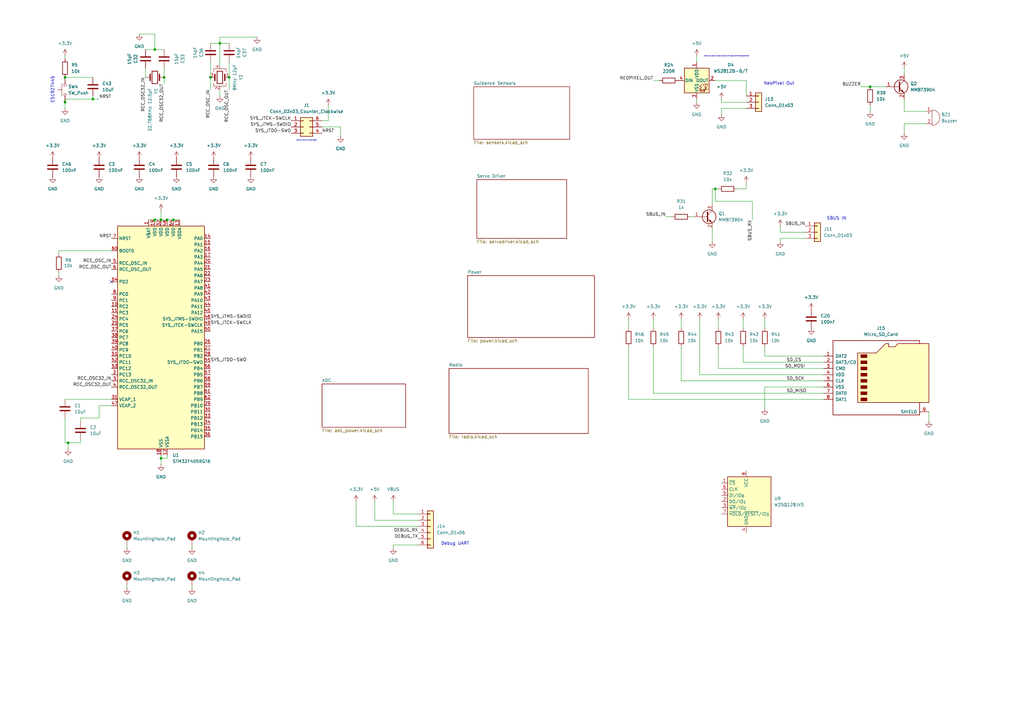
<source format=kicad_sch>
(kicad_sch (version 20250114) (generator "eeschema") (generator_version "9.0")
  (paper "A3")
  (lib_symbols
    (symbol "Connector:Micro_SD_Card" (pin_names (offset 1.016))
      (property "Reference" "J" (at -16.51 15.24 0))
      (property "Value" "Micro_SD_Card" (at 16.51 15.24 0))
      (symbol "Micro_SD_Card_1_1"
        (pin bidirectional line (at -22.86 7.62 0) (length 3.81) (name "DAT2") (number "1"))
        (pin bidirectional line (at -22.86 5.08 0) (length 3.81) (name "DAT3/CD") (number "2"))
        (pin input line (at -22.86 2.54 0) (length 3.81) (name "CMD") (number "3"))
        (pin power_in line (at -22.86 0 0) (length 3.81) (name "VDD") (number "4"))
        (pin input line (at -22.86 -2.54 0) (length 3.81) (name "CLK") (number "5"))
        (pin power_in line (at -22.86 -5.08 0) (length 3.81) (name "VSS") (number "6"))
        (pin bidirectional line (at -22.86 -7.62 0) (length 3.81) (name "DAT0") (number "7"))
        (pin bidirectional line (at -22.86 -10.16 0) (length 3.81) (name "DAT1") (number "8"))
        (pin passive line (at 20.32 -15.24 180) (length 3.81) (name "SHIELD") (number "9"))
      )
    )
    (symbol "Connector_Generic:Conn_01x03" (pin_names (offset 1.016) (hide yes))
      (property "Reference" "J" (at 0 5.08 0))
      (property "Value" "Conn_01x03" (at 0 -5.08 0))
      (symbol "Conn_01x03_1_1"
        (pin passive line (at -5.08 2.54 0) (length 3.81) (name "Pin_1") (number "1"))
        (pin passive line (at -5.08 0 0) (length 3.81) (name "Pin_2") (number "2"))
        (pin passive line (at -5.08 -2.54 0) (length 3.81) (name "Pin_3") (number "3"))
      )
    )
    (symbol "Connector_Generic:Conn_01x06" (pin_names (offset 1.016) (hide yes))
      (property "Reference" "J" (at 0 7.62 0))
      (property "Value" "Conn_01x06" (at 0 -10.16 0))
      (symbol "Conn_01x06_1_1"
        (pin passive line (at -5.08 5.08 0) (length 3.81) (name "Pin_1") (number "1"))
        (pin passive line (at -5.08 2.54 0) (length 3.81) (name "Pin_2") (number "2"))
        (pin passive line (at -5.08 0 0) (length 3.81) (name "Pin_3") (number "3"))
        (pin passive line (at -5.08 -2.54 0) (length 3.81) (name "Pin_4") (number "4"))
        (pin passive line (at -5.08 -5.08 0) (length 3.81) (name "Pin_5") (number "5"))
        (pin passive line (at -5.08 -7.62 0) (length 3.81) (name "Pin_6") (number "6"))
      )
    )
    (symbol "Connector_Generic:Conn_02x03_Counter_Clockwise" (pin_names (offset 1.016) (hide yes))
      (property "Reference" "J" (at 1.27 5.08 0))
      (property "Value" "Conn_02x03_Counter_Clockwise" (at 1.27 -5.08 0))
      (symbol "Conn_02x03_Counter_Clockwise_1_1"
        (pin passive line (at -5.08 2.54 0) (length 3.81) (name "Pin_1") (number "1"))
        (pin passive line (at -5.08 0 0) (length 3.81) (name "Pin_2") (number "2"))
        (pin passive line (at -5.08 -2.54 0) (length 3.81) (name "Pin_3") (number "3"))
        (pin passive line (at 7.62 2.54 180) (length 3.81) (name "Pin_6") (number "6"))
        (pin passive line (at 7.62 0 180) (length 3.81) (name "Pin_5") (number "5"))
        (pin passive line (at 7.62 -2.54 180) (length 3.81) (name "Pin_4") (number "4"))
      )
    )
    (symbol "Device:Buzzer" (pin_names (offset 0.0254) (hide yes))
      (property "Reference" "BZ" (at 3.81 1.27 0))
      (property "Value" "Buzzer" (at 3.81 -1.27 0))
      (symbol "Buzzer_1_1"
        (pin passive line (at -2.54 2.54 0) (length 2.54) (name "+") (number "1"))
        (pin passive line (at -2.54 -2.54 0) (length 2.54) (name "-") (number "2"))
      )
    )
    (symbol "Device:C" (pin_numbers (hide yes)) (pin_names (offset 0.254))
      (property "Reference" "C" (at 0.635 2.54 0))
      (property "Value" "C" (at 0.635 -2.54 0))
      (symbol "C_1_1"
        (pin passive line (at 0 3.81 270) (length 2.794) (name "~") (number "1"))
        (pin passive line (at 0 -3.81 90) (length 2.794) (name "~") (number "2"))
      )
    )
    (symbol "Device:Crystal" (pin_numbers (hide yes)) (pin_names (offset 1.016) (hide yes))
      (property "Reference" "Y" (at 0 3.81 0))
      (property "Value" "Crystal" (at 0 -3.81 0))
      (symbol "Crystal_1_1"
        (pin passive line (at -3.81 0 0) (length 1.27) (name "1") (number "1"))
        (pin passive line (at 3.81 0 180) (length 1.27) (name "2") (number "2"))
      )
    )
    (symbol "Device:Crystal_GND24" (pin_names (offset 1.016) (hide yes))
      (property "Reference" "Y" (at 3.175 5.08 0))
      (property "Value" "Crystal_GND24" (at 3.175 3.175 0))
      (symbol "Crystal_GND24_1_1"
        (pin passive line (at -3.81 0 0) (length 1.27) (name "1") (number "1"))
        (pin passive line (at 0 5.08 270) (length 1.27) (name "2") (number "2"))
        (pin passive line (at 0 -5.08 90) (length 1.27) (name "4") (number "4"))
        (pin passive line (at 3.81 0 180) (length 1.27) (name "3") (number "3"))
      )
    )
    (symbol "Device:R" (pin_numbers (hide yes)) (pin_names (offset 0))
      (property "Reference" "R" (at 2.032 0 90))
      (property "Value" "R" (at 0 0 90))
      (symbol "R_1_1"
        (pin passive line (at 0 3.81 270) (length 1.27) (name "~") (number "1"))
        (pin passive line (at 0 -3.81 90) (length 1.27) (name "~") (number "2"))
      )
    )
    (symbol "LED:WS2812B" (pin_names (offset 0.254))
      (property "Reference" "D" (at 5.08 5.715 0))
      (property "Value" "WS2812B" (at 1.27 -5.715 0))
      (symbol "WS2812B_0_0"
        (text "RGB" (at 2.286 -4.191 0) (effects (font (size 0.762 0.762))))
      )
      (symbol "WS2812B_1_1"
        (pin input line (at -7.62 0 0) (length 2.54) (name "DIN") (number "4"))
        (pin power_in line (at 0 7.62 270) (length 2.54) (name "VDD") (number "1"))
        (pin power_in line (at 0 -7.62 90) (length 2.54) (name "VSS") (number "3"))
        (pin output line (at 7.62 0 180) (length 2.54) (name "DOUT") (number "2"))
      )
    )
    (symbol "MCU_ST_STM32F4:STM32F405RGTx"
      (property "Reference" "U" (at -17.78 46.99 0))
      (property "Value" "STM32F405RGTx" (at 10.16 46.99 0))
      (symbol "STM32F405RGTx_1_1"
        (pin input line (at -20.32 40.64 0) (length 2.54) (name "NRST") (number "7"))
        (pin input line (at -20.32 35.56 0) (length 2.54) (name "BOOT0") (number "60"))
        (pin bidirectional line (at -20.32 30.48 0) (length 2.54) (name "PH0") (number "5") (alternate "RCC_OSC_IN" bidirectional line))
        (pin bidirectional line (at -20.32 27.94 0) (length 2.54) (name "PH1") (number "6") (alternate "RCC_OSC_OUT" bidirectional line))
        (pin bidirectional line (at -20.32 22.86 0) (length 2.54) (name "PD2") (number "54"))
        (pin bidirectional line (at -20.32 17.78 0) (length 2.54) (name "PC0") (number "8"))
        (pin bidirectional line (at -20.32 15.24 0) (length 2.54) (name "PC1") (number "9"))
        (pin bidirectional line (at -20.32 12.7 0) (length 2.54) (name "PC2") (number "10"))
        (pin bidirectional line (at -20.32 10.16 0) (length 2.54) (name "PC3") (number "11"))
        (pin bidirectional line (at -20.32 7.62 0) (length 2.54) (name "PC4") (number "24"))
        (pin bidirectional line (at -20.32 5.08 0) (length 2.54) (name "PC5") (number "25"))
        (pin bidirectional line (at -20.32 2.54 0) (length 2.54) (name "PC6") (number "37"))
        (pin bidirectional line (at -20.32 0 0) (length 2.54) (name "PC7") (number "38"))
        (pin bidirectional line (at -20.32 -2.54 0) (length 2.54) (name "PC8") (number "39"))
        (pin bidirectional line (at -20.32 -5.08 0) (length 2.54) (name "PC9") (number "40"))
        (pin bidirectional line (at -20.32 -7.62 0) (length 2.54) (name "PC10") (number "51"))
        (pin bidirectional line (at -20.32 -10.16 0) (length 2.54) (name "PC11") (number "52"))
        (pin bidirectional line (at -20.32 -12.7 0) (length 2.54) (name "PC12") (number "53"))
        (pin bidirectional line (at -20.32 -15.24 0) (length 2.54) (name "PC13") (number "2"))
        (pin bidirectional line (at -20.32 -17.78 0) (length 2.54) (name "PC14") (number "3") (alternate "RCC_OSC32_IN" bidirectional line))
        (pin bidirectional line (at -20.32 -20.32 0) (length 2.54) (name "PC15") (number "4") (alternate "RCC_OSC32_OUT" bidirectional line))
        (pin power_out line (at -20.32 -25.4 0) (length 2.54) (name "VCAP_1") (number "31"))
        (pin power_out line (at -20.32 -27.94 0) (length 2.54) (name "VCAP_2") (number "47"))
        (pin power_in line (at -5.08 48.26 270) (length 2.54) (name "VBAT") (number "1"))
        (pin power_in line (at -2.54 48.26 270) (length 2.54) (name "VDD") (number "19"))
        (pin power_in line (at 0 48.26 270) (length 2.54) (name "VDD") (number "32"))
        (pin power_in line (at 0 -48.26 90) (length 2.54) (name "VSS") (number "18"))
        (pin passive line (at 0 -48.26 90) (length 2.54) (hide yes) (name "VSS") (number "63"))
        (pin power_in line (at 2.54 48.26 270) (length 2.54) (name "VDD") (number "48"))
        (pin power_in line (at 2.54 -48.26 90) (length 2.54) (name "VSSA") (number "12"))
        (pin power_in line (at 5.08 48.26 270) (length 2.54) (name "VDD") (number "64"))
        (pin power_in line (at 7.62 48.26 270) (length 2.54) (name "VDDA") (number "13"))
        (pin bidirectional line (at 20.32 40.64 180) (length 2.54) (name "PA0") (number "14"))
        (pin bidirectional line (at 20.32 38.1 180) (length 2.54) (name "PA1") (number "15"))
        (pin bidirectional line (at 20.32 35.56 180) (length 2.54) (name "PA2") (number "16"))
        (pin bidirectional line (at 20.32 33.02 180) (length 2.54) (name "PA3") (number "17"))
        (pin bidirectional line (at 20.32 30.48 180) (length 2.54) (name "PA4") (number "20"))
        (pin bidirectional line (at 20.32 27.94 180) (length 2.54) (name "PA5") (number "21"))
        (pin bidirectional line (at 20.32 25.4 180) (length 2.54) (name "PA6") (number "22"))
        (pin bidirectional line (at 20.32 22.86 180) (length 2.54) (name "PA7") (number "23"))
        (pin bidirectional line (at 20.32 20.32 180) (length 2.54) (name "PA8") (number "41"))
        (pin bidirectional line (at 20.32 17.78 180) (length 2.54) (name "PA9") (number "42"))
        (pin bidirectional line (at 20.32 15.24 180) (length 2.54) (name "PA10") (number "43"))
        (pin bidirectional line (at 20.32 12.7 180) (length 2.54) (name "PA11") (number "44"))
        (pin bidirectional line (at 20.32 10.16 180) (length 2.54) (name "PA12") (number "45"))
        (pin bidirectional line (at 20.32 7.62 180) (length 2.54) (name "PA13") (number "46") (alternate "SYS_JTMS-SWDIO" bidirectional line))
        (pin bidirectional line (at 20.32 5.08 180) (length 2.54) (name "PA14") (number "49") (alternate "SYS_JTCK-SWCLK" bidirectional line))
        (pin bidirectional line (at 20.32 2.54 180) (length 2.54) (name "PA15") (number "50"))
        (pin bidirectional line (at 20.32 -2.54 180) (length 2.54) (name "PB0") (number "26"))
        (pin bidirectional line (at 20.32 -5.08 180) (length 2.54) (name "PB1") (number "27"))
        (pin bidirectional line (at 20.32 -7.62 180) (length 2.54) (name "PB2") (number "28"))
        (pin bidirectional line (at 20.32 -10.16 180) (length 2.54) (name "PB3") (number "55") (alternate "SYS_JTDO-SWO" bidirectional line))
        (pin bidirectional line (at 20.32 -12.7 180) (length 2.54) (name "PB4") (number "56"))
        (pin bidirectional line (at 20.32 -15.24 180) (length 2.54) (name "PB5") (number "57"))
        (pin bidirectional line (at 20.32 -17.78 180) (length 2.54) (name "PB6") (number "58"))
        (pin bidirectional line (at 20.32 -20.32 180) (length 2.54) (name "PB7") (number "59"))
        (pin bidirectional line (at 20.32 -22.86 180) (length 2.54) (name "PB8") (number "61"))
        (pin bidirectional line (at 20.32 -25.4 180) (length 2.54) (name "PB9") (number "62"))
        (pin bidirectional line (at 20.32 -27.94 180) (length 2.54) (name "PB10") (number "29"))
        (pin bidirectional line (at 20.32 -30.48 180) (length 2.54) (name "PB11") (number "30"))
        (pin bidirectional line (at 20.32 -33.02 180) (length 2.54) (name "PB12") (number "33"))
        (pin bidirectional line (at 20.32 -35.56 180) (length 2.54) (name "PB13") (number "34"))
        (pin bidirectional line (at 20.32 -38.1 180) (length 2.54) (name "PB14") (number "35"))
        (pin bidirectional line (at 20.32 -40.64 180) (length 2.54) (name "PB15") (number "36"))
      )
    )
    (symbol "Mechanical:MountingHole_Pad" (pin_numbers (hide yes)) (pin_names (offset 1.016) (hide yes)) (in_bom no)
      (property "Reference" "H" (at 0 6.35 0))
      (property "Value" "MountingHole_Pad" (at 0 4.445 0))
      (symbol "MountingHole_Pad_1_1"
        (pin input line (at 0 -2.54 90) (length 2.54) (name "1") (number "1"))
      )
    )
    (symbol "Memory_Flash:W25Q128JVS"
      (property "Reference" "U" (at -6.35 11.43 0))
      (property "Value" "W25Q128JVS" (at 7.62 11.43 0))
      (symbol "W25Q128JVS_1_1"
        (pin input line (at -10.16 7.62 0) (length 2.54) (name "~{CS}") (number "1"))
        (pin input line (at -10.16 5.08 0) (length 2.54) (name "CLK") (number "6"))
        (pin bidirectional line (at -10.16 2.54 0) (length 2.54) (name "DI/IO_{0}") (number "5"))
        (pin bidirectional line (at -10.16 0 0) (length 2.54) (name "DO/IO_{1}") (number "2"))
        (pin bidirectional line (at -10.16 -2.54 0) (length 2.54) (name "~{WP}/IO_{2}") (number "3"))
        (pin bidirectional line (at -10.16 -5.08 0) (length 2.54) (name "~{HOLD}/~{RESET}/IO_{3}") (number "7"))
        (pin power_in line (at 0 12.7 270) (length 2.54) (name "VCC") (number "8"))
        (pin power_in line (at 0 -12.7 90) (length 2.54) (name "GND") (number "4"))
      )
    )
    (symbol "Switch:SW_Push" (pin_numbers (hide yes)) (pin_names (offset 1.016) (hide yes))
      (property "Reference" "SW" (at 1.27 2.54 0))
      (property "Value" "SW_Push" (at 0 -1.524 0))
      (symbol "SW_Push_0_1"
        (pin passive line (at -5.08 0 0) (length 2.54) (name "1") (number "1"))
        (pin passive line (at 5.08 0 180) (length 2.54) (name "2") (number "2"))
      )
    )
    (symbol "Transistor_BJT:MMBT3904" (pin_names (offset 0) (hide yes))
      (property "Reference" "Q" (at 5.08 1.905 0))
      (property "Value" "MMBT3904" (at 5.08 0 0))
      (symbol "MMBT3904_1_1"
        (pin input line (at -5.08 0 0) (length 2.54) (name "B") (number "1"))
        (pin passive line (at 2.54 5.08 270) (length 2.54) (name "C") (number "3"))
        (pin passive line (at 2.54 -5.08 90) (length 2.54) (name "E") (number "2"))
      )
    )
    (symbol "power:+3.3V" (power) (pin_numbers (hide yes)) (pin_names (offset 0) (hide yes))
      (property "Value" "+3.3V" (at 0 3.556 0))
      (symbol "+3.3V_1_1"
        (pin power_in line (at 0 0 90) (length 0) (name "~") (number "1"))
      )
    )
    (symbol "power:+5V" (power) (pin_numbers (hide yes)) (pin_names (offset 0) (hide yes))
      (property "Value" "+5V" (at 0 3.556 0))
      (symbol "+5V_1_1"
        (pin power_in line (at 0 0 90) (length 0) (name "~") (number "1"))
      )
    )
    (symbol "power:GND" (power) (pin_numbers (hide yes)) (pin_names (offset 0) (hide yes))
      (property "Value" "GND" (at 0 -3.81 0))
      (symbol "GND_1_1"
        (pin power_in line (at 0 0 270) (length 0) (name "~") (number "1"))
      )
    )
    (symbol "power:VBUS" (power) (pin_numbers (hide yes)) (pin_names (offset 0) (hide yes))
      (property "Value" "VBUS" (at 0 3.556 0))
      (symbol "VBUS_1_1"
        (pin power_in line (at 0 0 90) (length 0) (name "~") (number "1"))
      )
    )
  )
  (text "C51927445" (at 21.59 36.83 90) (effects (font (size 1.27 1.27))))
  (text "Normally, there would be a diode here. However, 5V is actually 4.2V so it's okay (see Power)" (at 297.942 23.114 0) (effects (font (size 0.254 0.254))))
  (text "NeoPixel Out" (at 319.532 34.29 0) (effects (font (size 1.27 1.27))))
  (text "Debug UART" (at 186.69 223.012 0) (effects (font (size 1.27 1.27))))
  (text "Oh boy do I love the 'ol AVR ISP headers" (at 125.73 57.658 0) (effects (font (size 0.254 0.254))))
  (text "SBUS IN" (at 343.154 89.662 0) (effects (font (size 1.27 1.27))))
  (junction (at 38.1 40.64))
  (junction (at 86.36 31.75))
  (junction (at 63.5 90.17))
  (junction (at 293.37 77.47))
  (junction (at 63.5 20.32))
  (junction (at 93.98 31.75))
  (junction (at 90.17 17.78))
  (junction (at 356.87 35.56))
  (junction (at 67.31 31.75))
  (junction (at 66.04 187.96))
  (junction (at 26.67 31.75))
  (junction (at 71.12 90.17))
  (junction (at 66.04 90.17))
  (junction (at 27.94 181.61))
  (junction (at 26.67 41.91))
  (junction (at 68.58 90.17))
  (no_connect (at 45.72 115.57))
  (wire (pts (xy 161.29 223.52) (xy 171.45 223.52)))
  (wire (pts (xy 86.36 25.4) (xy 86.36 31.75)))
  (wire (pts (xy 370.84 45.72) (xy 379.73 45.72)))
  (wire (pts (xy 90.17 17.78) (xy 86.36 17.78)))
  (wire (pts (xy 66.04 190.5) (xy 66.04 187.96)))
  (wire (pts (xy 161.29 205.74) (xy 161.29 210.82)))
  (wire (pts (xy 293.37 82.55) (xy 293.37 77.47)))
  (wire (pts (xy 93.98 25.4) (xy 93.98 31.75)))
  (wire (pts (xy 279.4 156.21) (xy 337.82 156.21)))
  (wire (pts (xy 279.4 142.24) (xy 279.4 156.21)))
  (wire (pts (xy 24.13 113.03) (xy 24.13 111.76)))
  (wire (pts (xy 356.87 35.56) (xy 363.22 35.56)))
  (wire (pts (xy 63.5 13.97) (xy 63.5 20.32)))
  (wire (pts (xy 78.74 224.79) (xy 78.74 223.52)))
  (wire (pts (xy 90.17 36.83) (xy 90.17 39.37)))
  (wire (pts (xy 257.81 163.83) (xy 337.82 163.83)))
  (wire (pts (xy 267.97 142.24) (xy 267.97 161.29)))
  (wire (pts (xy 40.64 166.37) (xy 45.72 166.37)))
  (wire (pts (xy 370.84 27.94) (xy 370.84 30.48)))
  (wire (pts (xy 313.69 142.24) (xy 313.69 146.05)))
  (wire (pts (xy 38.1 40.64) (xy 38.1 39.37)))
  (wire (pts (xy 267.97 33.02) (xy 270.51 33.02)))
  (wire (pts (xy 86.36 31.75) (xy 86.36 36.83)))
  (wire (pts (xy 295.91 41.91) (xy 306.07 41.91)))
  (wire (pts (xy 293.37 77.47) (xy 292.1 77.47)))
  (wire (pts (xy 320.04 99.06) (xy 320.04 97.79)))
  (wire (pts (xy 38.1 40.64) (xy 26.67 40.64)))
  (wire (pts (xy 295.91 40.64) (xy 295.91 41.91)))
  (wire (pts (xy 161.29 224.79) (xy 161.29 223.52)))
  (wire (pts (xy 27.94 181.61) (xy 27.94 184.15)))
  (wire (pts (xy 63.5 90.17) (xy 66.04 90.17)))
  (wire (pts (xy 257.81 142.24) (xy 257.81 163.83)))
  (wire (pts (xy 294.64 151.13) (xy 337.82 151.13)))
  (wire (pts (xy 26.67 40.64) (xy 26.67 41.91)))
  (wire (pts (xy 105.41 15.24) (xy 90.17 15.24)))
  (wire (pts (xy 292.1 77.47) (xy 292.1 83.82)))
  (wire (pts (xy 285.75 22.86) (xy 285.75 25.4)))
  (wire (pts (xy 308.61 90.17) (xy 308.61 82.55)))
  (wire (pts (xy 33.02 172.72) (xy 33.02 171.45)))
  (wire (pts (xy 370.84 50.8) (xy 379.73 50.8)))
  (wire (pts (xy 24.13 102.87) (xy 24.13 104.14)))
  (wire (pts (xy 257.81 130.81) (xy 257.81 134.62)))
  (wire (pts (xy 304.8 148.59) (xy 337.82 148.59)))
  (wire (pts (xy 381 172.72) (xy 381 168.91)))
  (wire (pts (xy 279.4 130.81) (xy 279.4 134.62)))
  (wire (pts (xy 66.04 86.36) (xy 66.04 90.17)))
  (wire (pts (xy 33.02 171.45) (xy 40.64 171.45)))
  (wire (pts (xy 26.67 22.86) (xy 26.67 24.13)))
  (wire (pts (xy 132.08 52.07) (xy 139.7 52.07)))
  (wire (pts (xy 71.12 90.17) (xy 73.66 90.17)))
  (wire (pts (xy 285.75 41.91) (xy 285.75 40.64)))
  (wire (pts (xy 356.87 45.72) (xy 356.87 43.18)))
  (wire (pts (xy 370.84 54.61) (xy 370.84 50.8)))
  (wire (pts (xy 66.04 187.96) (xy 66.04 186.69)))
  (wire (pts (xy 60.96 90.17) (xy 63.5 90.17)))
  (wire (pts (xy 63.5 20.32) (xy 59.69 20.32)))
  (wire (pts (xy 90.17 15.24) (xy 90.17 17.78)))
  (wire (pts (xy 59.69 27.94) (xy 59.69 31.75)))
  (wire (pts (xy 93.98 17.78) (xy 90.17 17.78)))
  (wire (pts (xy 313.69 146.05) (xy 337.82 146.05)))
  (wire (pts (xy 267.97 161.29) (xy 337.82 161.29)))
  (wire (pts (xy 139.7 52.07) (xy 139.7 55.88)))
  (wire (pts (xy 304.8 130.81) (xy 304.8 134.62)))
  (wire (pts (xy 66.04 90.17) (xy 68.58 90.17)))
  (wire (pts (xy 320.04 97.79) (xy 330.2 97.79)))
  (wire (pts (xy 153.67 213.36) (xy 171.45 213.36)))
  (wire (pts (xy 287.02 153.67) (xy 337.82 153.67)))
  (wire (pts (xy 306.07 77.47) (xy 306.07 74.93)))
  (wire (pts (xy 66.04 187.96) (xy 68.58 187.96)))
  (wire (pts (xy 294.64 142.24) (xy 294.64 151.13)))
  (wire (pts (xy 295.91 44.45) (xy 306.07 44.45)))
  (wire (pts (xy 313.69 158.75) (xy 313.69 167.64)))
  (wire (pts (xy 320.04 92.71) (xy 320.04 95.25)))
  (wire (pts (xy 67.31 27.94) (xy 67.31 31.75)))
  (wire (pts (xy 146.05 205.74) (xy 146.05 215.9)))
  (wire (pts (xy 146.05 215.9) (xy 171.45 215.9)))
  (wire (pts (xy 134.62 49.53) (xy 132.08 49.53)))
  (wire (pts (xy 302.26 77.47) (xy 306.07 77.47)))
  (wire (pts (xy 287.02 130.81) (xy 287.02 153.67)))
  (wire (pts (xy 52.07 224.79) (xy 52.07 223.52)))
  (wire (pts (xy 45.72 102.87) (xy 24.13 102.87)))
  (wire (pts (xy 370.84 40.64) (xy 370.84 45.72)))
  (wire (pts (xy 353.06 35.56) (xy 356.87 35.56)))
  (wire (pts (xy 52.07 241.3) (xy 52.07 240.03)))
  (wire (pts (xy 26.67 31.75) (xy 38.1 31.75)))
  (wire (pts (xy 78.74 241.3) (xy 78.74 240.03)))
  (wire (pts (xy 313.69 130.81) (xy 313.69 134.62)))
  (wire (pts (xy 306.07 33.02) (xy 293.37 33.02)))
  (wire (pts (xy 68.58 90.17) (xy 71.12 90.17)))
  (wire (pts (xy 161.29 210.82) (xy 171.45 210.82)))
  (wire (pts (xy 283.21 88.9) (xy 284.48 88.9)))
  (wire (pts (xy 33.02 180.34) (xy 33.02 181.61)))
  (wire (pts (xy 90.17 17.78) (xy 90.17 26.67)))
  (wire (pts (xy 308.61 82.55) (xy 293.37 82.55)))
  (wire (pts (xy 33.02 181.61) (xy 27.94 181.61)))
  (wire (pts (xy 134.62 43.18) (xy 134.62 49.53)))
  (wire (pts (xy 93.98 31.75) (xy 93.98 36.83)))
  (wire (pts (xy 294.64 130.81) (xy 294.64 134.62)))
  (wire (pts (xy 320.04 95.25) (xy 330.2 95.25)))
  (wire (pts (xy 68.58 186.69) (xy 68.58 187.96)))
  (wire (pts (xy 38.1 40.64) (xy 40.64 40.64)))
  (wire (pts (xy 67.31 34.29) (xy 67.31 31.75)))
  (wire (pts (xy 313.69 158.75) (xy 337.82 158.75)))
  (wire (pts (xy 295.91 46.99) (xy 295.91 44.45)))
  (wire (pts (xy 26.67 181.61) (xy 27.94 181.61)))
  (wire (pts (xy 306.07 39.37) (xy 306.07 33.02)))
  (wire (pts (xy 26.67 171.45) (xy 26.67 181.61)))
  (wire (pts (xy 26.67 44.45) (xy 26.67 41.91)))
  (wire (pts (xy 294.64 77.47) (xy 293.37 77.47)))
  (wire (pts (xy 292.1 93.98) (xy 292.1 99.06)))
  (wire (pts (xy 304.8 142.24) (xy 304.8 148.59)))
  (wire (pts (xy 67.31 20.32) (xy 63.5 20.32)))
  (wire (pts (xy 40.64 171.45) (xy 40.64 166.37)))
  (wire (pts (xy 57.15 13.97) (xy 63.5 13.97)))
  (wire (pts (xy 267.97 130.81) (xy 267.97 134.62)))
  (wire (pts (xy 273.05 88.9) (xy 275.59 88.9)))
  (wire (pts (xy 153.67 205.74) (xy 153.67 213.36)))
  (wire (pts (xy 26.67 163.83) (xy 45.72 163.83)))
  (label "SYS_JTDO-SWO" (at 119.38 54.61 180))
  (label "SD_MOSI" (at 330.2 151.13 180))
  (label "NEOPIXEL_OUT" (at 267.97 33.02 180))
  (label "SYS_JTMS-SWDIO" (at 119.38 52.07 180))
  (label "RCC_OSC32_OUT" (at 67.31 34.29 270))
  (label "RCC_OSC32_IN" (at 59.69 31.75 270))
  (label "DEBUG_RX" (at 171.45 218.44 180))
  (label "SBUS_IN" (at 273.05 88.9 180))
  (label "SD_SCK" (at 322.58 156.21 0))
  (label "SYS_JTDO-SWO" (at 86.36 148.59 0))
  (label "SYS_JTMS-SWDIO" (at 86.36 130.81 0))
  (label "DEBUG_TX" (at 171.45 220.98 180))
  (label "SBUS_IN" (at 330.2 92.71 180))
  (label "BUZZER" (at 353.06 35.56 180))
  (label "SD_CS" (at 322.58 148.59 0))
  (label "SBUS_RX" (at 308.61 90.17 270))
  (label "NRST" (at 132.08 54.61 0))
  (label "RCC_OSC32_IN" (at 45.72 156.21 180))
  (label "NRST" (at 45.72 97.79 180))
  (label "RCC_OSC32_OUT" (at 45.72 158.75 180))
  (label "RCC_OSC_IN" (at 86.36 36.83 270))
  (label "SYS_JTCK-SWCLK" (at 119.38 49.53 180))
  (label "SD_MISO" (at 322.58 161.29 0))
  (label "NRST" (at 40.64 40.64 0))
  (label "RCC_OSC_IN" (at 45.72 107.95 180))
  (label "SYS_JTCK-SWCLK" (at 86.36 133.35 0))
  (label "RCC_OSC_OUT" (at 45.72 110.49 180))
  (label "RCC_OSC_OUT" (at 93.98 36.83 270))
  (symbol (lib_id "Device:C") (at 38.1 35.56 0) (unit 1)
    (property "Reference" "C43" (at 41.91 34.2899 0) (effects (justify left)))
    (property "Value" "10uF" (at 41.91 36.8299 0) (effects (justify left)))
    (property "Footprint" "Capacitor_SMD:C_0603_1608Metric_Pad1.08x0.95mm_HandSolder" (effects (hide yes)))
    (property "Description" "Unpolarized capacitor" (effects (hide yes)))
  )
  (symbol (lib_id "Device:R") (at 257.81 138.43 0) (unit 1)
    (property "Reference" "R46" (at 260.35 137.1599 0) (effects (justify left)))
    (property "Value" "10k" (at 260.35 139.6999 0) (effects (justify left)))
    (property "Description" "Resistor" (effects (hide yes)))
  )
  (symbol (lib_id "power:+3.3V") (at 257.81 130.81 0) (unit 1)
    (property "Reference" "#PWR0145" (effects (hide yes)))
    (property "Value" "+3.3V" (at 257.81 125.73 0))
    (property "Description" "Power symbol creates a global label with name \"+3.3V\"" (effects (hide yes)))
  )
  (symbol (lib_id "power:GND") (at 370.84 54.61 0) (unit 1)
    (property "Reference" "#PWR0130" (effects (hide yes)))
    (property "Value" "GND" (at 370.84 59.69 0))
    (property "Description" "Power symbol creates a global label with name \"GND\" , ground" (effects (hide yes)))
  )
  (symbol (lib_id "power:+3.3V") (at 146.05 205.74 0) (unit 1)
    (property "Reference" "#PWR0124" (effects (hide yes)))
    (property "Value" "+3.3V" (at 146.05 200.66 0))
    (property "Description" "Power symbol creates a global label with name \"+3.3V\"" (effects (hide yes)))
  )
  (symbol (lib_id "Device:R") (at 24.13 107.95 0) (unit 1)
    (property "Reference" "R6" (at 26.67 106.6799 0) (effects (justify left)))
    (property "Value" "10k" (at 26.162 108.966 0) (effects (justify left)))
    (property "Footprint" "Resistor_SMD:R_0603_1608Metric_Pad0.98x0.95mm_HandSolder" (effects (hide yes)))
    (property "Description" "Resistor" (effects (hide yes)))
  )
  (symbol (lib_id "power:+3.3V") (at 320.04 92.71 0) (unit 1)
    (property "Reference" "#PWR085" (effects (hide yes)))
    (property "Value" "+3.3V" (at 320.04 87.63 0))
    (property "Description" "Power symbol creates a global label with name \"+3.3V\"" (effects (hide yes)))
  )
  (symbol (lib_id "Connector_Generic:Conn_02x03_Counter_Clockwise") (at 124.46 52.07 0) (unit 1)
    (property "Reference" "J1" (at 125.73 43.18 0))
    (property "Value" "Conn_02x03_Counter_Clockwise" (at 125.73 45.72 0))
    (property "Footprint" "Connector_PinHeader_2.54mm:PinHeader_2x03_P2.54mm_Vertical" (effects (hide yes)))
    (property "Description" "Generic connector, double row, 02x03, counter clockwise pin numbering scheme (similar to DIP package numbering), script generated (kicad-library-utils/schlib/autogen/connector/)" (effects (hide yes)))
  )
  (symbol (lib_id "power:+3.3V") (at 57.15 64.77 0) (unit 1)
    (property "Reference" "#PWR016" (effects (hide yes)))
    (property "Value" "+3.3V" (at 57.15 59.69 0))
    (property "Description" "Power symbol creates a global label with name \"+3.3V\"" (effects (hide yes)))
  )
  (symbol (lib_id "power:+5V") (at 153.67 205.74 0) (unit 1)
    (property "Reference" "#PWR0122" (effects (hide yes)))
    (property "Value" "+5V" (at 153.67 200.66 0))
    (property "Description" "Power symbol creates a global label with name \"+5V\"" (effects (hide yes)))
  )
  (symbol (lib_id "power:+3.3V") (at 267.97 130.81 0) (unit 1)
    (property "Reference" "#PWR0144" (effects (hide yes)))
    (property "Value" "+3.3V" (at 267.97 125.73 0))
    (property "Description" "Power symbol creates a global label with name \"+3.3V\"" (effects (hide yes)))
  )
  (symbol (lib_id "Device:R") (at 26.67 27.94 0) (unit 1)
    (property "Reference" "R5" (at 29.21 26.6699 0) (effects (justify left)))
    (property "Value" "10k" (at 29.21 29.2099 0) (effects (justify left)))
    (property "Footprint" "Resistor_SMD:R_0603_1608Metric_Pad0.98x0.95mm_HandSolder" (effects (hide yes)))
    (property "Description" "Resistor" (effects (hide yes)))
  )
  (symbol (lib_id "power:+3.3V") (at 87.63 64.77 0) (unit 1)
    (property "Reference" "#PWR020" (effects (hide yes)))
    (property "Value" "+3.3V" (at 87.63 59.69 0))
    (property "Description" "Power symbol creates a global label with name \"+3.3V\"" (effects (hide yes)))
  )
  (symbol (lib_id "power:GND") (at 66.04 190.5 0) (unit 1)
    (property "Reference" "#PWR03" (effects (hide yes)))
    (property "Value" "GND" (at 66.04 195.58 0))
    (property "Description" "Power symbol creates a global label with name \"GND\" , ground" (effects (hide yes)))
  )
  (symbol (lib_id "power:GND") (at 52.07 241.3 0) (unit 1)
    (property "Reference" "#PWR0120" (effects (hide yes)))
    (property "Value" "GND" (at 52.07 246.38 0))
    (property "Description" "Power symbol creates a global label with name \"GND\" , ground" (effects (hide yes)))
  )
  (symbol (lib_id "power:+3.3V") (at 26.67 22.86 0) (unit 1)
    (property "Reference" "#PWR01" (effects (hide yes)))
    (property "Value" "+3.3V" (at 26.67 17.78 0))
    (property "Description" "Power symbol creates a global label with name \"+3.3V\"" (effects (hide yes)))
  )
  (symbol (lib_id "Transistor_BJT:MMBT3904") (at 289.56 88.9 0) (unit 1)
    (property "Reference" "Q1" (at 294.64 87.6299 0) (effects (justify left)))
    (property "Value" "MMBT3904" (at 294.64 90.1699 0) (effects (justify left)))
    (property "Footprint" "Package_TO_SOT_SMD:SOT-23" (effects (hide yes)))
    (property "Datasheet" "https://www.onsemi.com/pdf/datasheet/pzt3904-d.pdf" (effects (hide yes)))
    (property "Description" "0.2A Ic, 40V Vce, Small Signal NPN Transistor, SOT-23" (effects (hide yes)))
    (property "Sim.Device" "NPN" (effects (hide yes)))
    (property "Sim.Pins" "1=B 2=E 3=C" (effects (hide yes)))
  )
  (symbol (lib_id "Mechanical:MountingHole_Pad") (at 78.74 220.98 0) (unit 1) (in_bom no)
    (property "Reference" "H2" (at 81.28 218.4399 0) (effects (justify left)))
    (property "Value" "MountingHole_Pad" (at 81.28 220.9799 0) (effects (justify left)))
    (property "Footprint" "MountingHole:MountingHole_3.2mm_M3_Pad" (effects (hide yes)))
    (property "Description" "Mounting Hole with connection" (effects (hide yes)))
  )
  (symbol (lib_id "Device:Buzzer") (at 382.27 48.26 0) (unit 1)
    (property "Reference" "BZ1" (at 386.08 46.9899 0) (effects (justify left)))
    (property "Value" "Buzzer" (at 386.08 49.5299 0) (effects (justify left)))
    (property "Description" "Buzzer, polarized" (effects (hide yes)))
  )
  (symbol (lib_id "Device:R") (at 298.45 77.47 90) (unit 1)
    (property "Reference" "R32" (at 298.45 71.12 90))
    (property "Value" "10k" (at 298.45 73.66 90))
    (property "Description" "Resistor" (effects (hide yes)))
  )
  (symbol (lib_id "power:+3.3V") (at 287.02 130.81 0) (unit 1)
    (property "Reference" "#PWR0142" (effects (hide yes)))
    (property "Value" "+3.3V" (at 287.02 125.73 0))
    (property "Description" "Power symbol creates a global label with name \"+3.3V\"" (effects (hide yes)))
  )
  (symbol (lib_id "power:+3.3V") (at 313.69 130.81 0) (unit 1)
    (property "Reference" "#PWR0141" (effects (hide yes)))
    (property "Value" "+3.3V" (at 313.69 125.73 0))
    (property "Description" "Power symbol creates a global label with name \"+3.3V\"" (effects (hide yes)))
  )
  (symbol (lib_id "Device:C") (at 87.63 68.58 0) (unit 1)
    (property "Reference" "C6" (at 91.44 67.3099 0) (effects (justify left)))
    (property "Value" "100nF" (at 91.44 69.8499 0) (effects (justify left)))
    (property "Footprint" "Capacitor_SMD:C_0603_1608Metric_Pad1.08x0.95mm_HandSolder" (effects (hide yes)))
    (property "Description" "Unpolarized capacitor" (effects (hide yes)))
  )
  (symbol (lib_id "power:GND") (at 87.63 72.39 0) (unit 1)
    (property "Reference" "#PWR021" (effects (hide yes)))
    (property "Value" "GND" (at 87.63 77.47 0))
    (property "Description" "Power symbol creates a global label with name \"GND\" , ground" (effects (hide yes)))
  )
  (symbol (lib_id "Device:C") (at 332.74 130.81 0) (unit 1)
    (property "Reference" "C20" (at 336.55 129.5399 0) (effects (justify left)))
    (property "Value" "100nF" (at 336.55 132.0799 0) (effects (justify left)))
    (property "Footprint" "Capacitor_SMD:C_0603_1608Metric_Pad1.08x0.95mm_HandSolder" (effects (hide yes)))
    (property "Description" "Unpolarized capacitor" (effects (hide yes)))
  )
  (symbol (lib_id "Transistor_BJT:MMBT3904") (at 368.3 35.56 0) (unit 1)
    (property "Reference" "Q2" (at 373.38 34.2899 0) (effects (justify left)))
    (property "Value" "MMBT3904" (at 373.38 36.8299 0) (effects (justify left)))
    (property "Footprint" "Package_TO_SOT_SMD:SOT-23" (effects (hide yes)))
    (property "Datasheet" "https://www.onsemi.com/pdf/datasheet/pzt3904-d.pdf" (effects (hide yes)))
    (property "Description" "0.2A Ic, 40V Vce, Small Signal NPN Transistor, SOT-23" (effects (hide yes)))
    (property "Sim.Device" "NPN" (effects (hide yes)))
    (property "Sim.Pins" "1=B 2=E 3=C" (effects (hide yes)))
  )
  (symbol (lib_id "power:GND") (at 21.59 72.39 0) (unit 1)
    (property "Reference" "#PWR013" (effects (hide yes)))
    (property "Value" "GND" (at 21.59 77.47 0))
    (property "Description" "Power symbol creates a global label with name \"GND\" , ground" (effects (hide yes)))
  )
  (symbol (lib_id "power:GND") (at 102.87 72.39 0) (unit 1)
    (property "Reference" "#PWR023" (effects (hide yes)))
    (property "Value" "GND" (at 102.87 77.47 0))
    (property "Description" "Power symbol creates a global label with name \"GND\" , ground" (effects (hide yes)))
  )
  (symbol (lib_id "power:VBUS") (at 161.29 205.74 0) (unit 1)
    (property "Reference" "#PWR0123" (effects (hide yes)))
    (property "Value" "VBUS" (at 161.29 200.66 0))
    (property "Description" "Power symbol creates a global label with name \"VBUS\"" (effects (hide yes)))
  )
  (symbol (lib_id "power:+3.3V") (at 40.64 64.77 0) (unit 1)
    (property "Reference" "#PWR014" (effects (hide yes)))
    (property "Value" "+3.3V" (at 40.64 59.69 0))
    (property "Description" "Power symbol creates a global label with name \"+3.3V\"" (effects (hide yes)))
  )
  (symbol (lib_id "Switch:SW_Push") (at 26.67 36.83 90) (unit 1)
    (property "Reference" "SW4" (at 27.94 35.5599 90) (effects (justify right)))
    (property "Value" "SW_Push" (at 27.94 38.0999 90) (effects (justify right)))
    (property "Footprint" "libsos41:SMD_SW_NEW_REDONE" (effects (hide yes)))
    (property "Description" "Push button switch, generic, two pins" (effects (hide yes)))
  )
  (symbol (lib_id "Mechanical:MountingHole_Pad") (at 78.74 237.49 0) (unit 1) (in_bom no)
    (property "Reference" "H4" (at 81.28 234.9499 0) (effects (justify left)))
    (property "Value" "MountingHole_Pad" (at 81.28 237.4899 0) (effects (justify left)))
    (property "Footprint" "MountingHole:MountingHole_3.2mm_M3_Pad" (effects (hide yes)))
    (property "Description" "Mounting Hole with connection" (effects (hide yes)))
  )
  (symbol (lib_id "Device:R") (at 304.8 138.43 0) (unit 1)
    (property "Reference" "R42" (at 307.34 137.1599 0) (effects (justify left)))
    (property "Value" "10k" (at 307.34 139.6999 0) (effects (justify left)))
    (property "Description" "Resistor" (effects (hide yes)))
  )
  (symbol (lib_id "power:+3.3V") (at 102.87 64.77 0) (unit 1)
    (property "Reference" "#PWR022" (effects (hide yes)))
    (property "Value" "+3.3V" (at 102.87 59.69 0))
    (property "Description" "Power symbol creates a global label with name \"+3.3V\"" (effects (hide yes)))
  )
  (symbol (lib_id "power:GND") (at 90.17 39.37 0) (unit 1)
    (property "Reference" "#PWR07" (effects (hide yes)))
    (property "Value" "GND" (at 90.17 44.45 0))
    (property "Description" "Power symbol creates a global label with name \"GND\" , ground" (effects (hide yes)))
  )
  (symbol (lib_id "power:+3.3V") (at 134.62 43.18 0) (unit 1)
    (property "Reference" "#PWR09" (effects (hide yes)))
    (property "Value" "+3.3V" (at 134.62 38.1 0))
    (property "Description" "Power symbol creates a global label with name \"+3.3V\"" (effects (hide yes)))
  )
  (symbol (lib_id "power:+5V") (at 285.75 22.86 0) (unit 1)
    (property "Reference" "#PWR093" (effects (hide yes)))
    (property "Value" "+5V" (at 285.75 17.78 0))
    (property "Description" "Power symbol creates a global label with name \"+5V\"" (effects (hide yes)))
  )
  (symbol (lib_id "power:GND") (at 332.74 134.62 0) (unit 1)
    (property "Reference" "#PWR0137" (effects (hide yes)))
    (property "Value" "GND" (at 332.74 139.7 0))
    (property "Description" "Power symbol creates a global label with name \"GND\" , ground" (effects (hide yes)))
  )
  (symbol (lib_id "power:+3.3V") (at 279.4 130.81 0) (unit 1)
    (property "Reference" "#PWR0143" (effects (hide yes)))
    (property "Value" "+3.3V" (at 279.4 125.73 0))
    (property "Description" "Power symbol creates a global label with name \"+3.3V\"" (effects (hide yes)))
  )
  (symbol (lib_id "Device:R") (at 356.87 39.37 0) (unit 1)
    (property "Reference" "R39" (at 359.41 38.0999 0) (effects (justify left)))
    (property "Value" "10k" (at 359.41 40.6399 0) (effects (justify left)))
    (property "Description" "Resistor" (effects (hide yes)))
  )
  (symbol (lib_id "power:GND") (at 105.41 15.24 0) (unit 1)
    (property "Reference" "#PWR06" (effects (hide yes)))
    (property "Value" "GND" (at 105.41 20.32 0))
    (property "Description" "Power symbol creates a global label with name \"GND\" , ground" (effects (hide yes)))
  )
  (symbol (lib_id "Device:C") (at 21.59 68.58 0) (unit 1)
    (property "Reference" "C46" (at 25.4 67.3099 0) (effects (justify left)))
    (property "Value" "100nF" (at 25.4 69.8499 0) (effects (justify left)))
    (property "Footprint" "Capacitor_SMD:C_0603_1608Metric_Pad1.08x0.95mm_HandSolder" (effects (hide yes)))
    (property "Description" "Unpolarized capacitor" (effects (hide yes)))
  )
  (symbol (lib_id "power:GND") (at 57.15 72.39 0) (unit 1)
    (property "Reference" "#PWR017" (effects (hide yes)))
    (property "Value" "GND" (at 57.15 77.47 0))
    (property "Description" "Power symbol creates a global label with name \"GND\" , ground" (effects (hide yes)))
  )
  (symbol (lib_id "Device:R") (at 274.32 33.02 90) (unit 1)
    (property "Reference" "R24" (at 274.32 26.67 90))
    (property "Value" "220R" (at 274.32 29.21 90))
    (property "Description" "Resistor" (effects (hide yes)))
  )
  (symbol (lib_id "Mechanical:MountingHole_Pad") (at 52.07 220.98 0) (unit 1) (in_bom no)
    (property "Reference" "H1" (at 54.61 218.4399 0) (effects (justify left)))
    (property "Value" "MountingHole_Pad" (at 54.61 220.9799 0) (effects (justify left)))
    (property "Footprint" "MountingHole:MountingHole_3.2mm_M3_Pad" (effects (hide yes)))
    (property "Description" "Mounting Hole with connection" (effects (hide yes)))
  )
  (symbol (lib_id "Device:C") (at 26.67 167.64 0) (unit 1)
    (property "Reference" "C1" (at 30.48 166.3699 0) (effects (justify left)))
    (property "Value" "10uF" (at 30.48 168.9099 0) (effects (justify left)))
    (property "Footprint" "Capacitor_SMD:C_0603_1608Metric_Pad1.08x0.95mm_HandSolder" (effects (hide yes)))
    (property "Description" "Unpolarized capacitor" (effects (hide yes)))
  )
  (symbol (lib_id "power:GND") (at 381 172.72 0) (unit 1)
    (property "Reference" "#PWR0103" (effects (hide yes)))
    (property "Value" "GND" (at 381 177.8 0))
    (property "Description" "Power symbol creates a global label with name \"GND\" , ground" (effects (hide yes)))
  )
  (symbol (lib_id "Connector:Micro_SD_Card") (at 360.68 153.67 0) (unit 1)
    (property "Reference" "J15" (at 361.315 134.62 0))
    (property "Value" "Micro_SD_Card" (at 361.315 137.16 0))
    (property "Datasheet" "https://www.we-online.com/components/products/datasheet/693072010801.pdf" (effects (hide yes)))
    (property "Description" "Micro SD Card Socket" (effects (hide yes)))
  )
  (symbol (lib_id "Device:C") (at 57.15 68.58 0) (unit 1)
    (property "Reference" "C4" (at 60.96 67.3099 0) (effects (justify left)))
    (property "Value" "100nF" (at 60.96 69.8499 0) (effects (justify left)))
    (property "Footprint" "Capacitor_SMD:C_0603_1608Metric_Pad1.08x0.95mm_HandSolder" (effects (hide yes)))
    (property "Description" "Unpolarized capacitor" (effects (hide yes)))
  )
  (symbol (lib_id "power:+3.3V") (at 72.39 64.77 0) (unit 1)
    (property "Reference" "#PWR018" (effects (hide yes)))
    (property "Value" "+3.3V" (at 72.39 59.69 0))
    (property "Description" "Power symbol creates a global label with name \"+3.3V\"" (effects (hide yes)))
  )
  (symbol (lib_id "power:GND") (at 78.74 224.79 0) (unit 1)
    (property "Reference" "#PWR0119" (effects (hide yes)))
    (property "Value" "GND" (at 78.74 229.87 0))
    (property "Description" "Power symbol creates a global label with name \"GND\" , ground" (effects (hide yes)))
  )
  (symbol (lib_id "power:GND") (at 78.74 241.3 0) (unit 1)
    (property "Reference" "#PWR0121" (effects (hide yes)))
    (property "Value" "GND" (at 78.74 246.38 0))
    (property "Description" "Power symbol creates a global label with name \"GND\" , ground" (effects (hide yes)))
  )
  (symbol (lib_id "power:GND") (at 57.15 13.97 0) (unit 1)
    (property "Reference" "#PWR05" (effects (hide yes)))
    (property "Value" "GND" (at 57.15 19.05 0))
    (property "Description" "Power symbol creates a global label with name \"GND\" , ground" (effects (hide yes)))
  )
  (symbol (lib_id "power:GND") (at 313.69 167.64 0) (unit 1)
    (property "Reference" "#PWR0138" (effects (hide yes)))
    (property "Value" "GND" (at 313.69 172.72 0))
    (property "Description" "Power symbol creates a global label with name \"GND\" , ground" (effects (hide yes)))
  )
  (symbol (lib_id "Memory_Flash:W25Q128JVS") (at 306.07 205.74 0) (unit 1)
    (property "Reference" "U9" (at 317.5 204.4699 0) (effects (justify left)))
    (property "Value" "W25Q128JVS" (at 317.5 207.0099 0) (effects (justify left)))
    (property "Footprint" "Package_SO:SOIC-8_5.3x5.3mm_P1.27mm" (effects (hide yes)))
    (property "Datasheet" "https://www.winbond.com/resource-files/w25q128jv_dtr%20revc%2003272018%20plus.pdf" (effects (hide yes)))
    (property "Description" "128Mbit / 16MiB Serial Flash Memory, Standard/Dual/Quad SPI, 2.7-3.6V, SOIC-8" (effects (hide yes)))
  )
  (symbol (lib_id "power:+5V") (at 370.84 27.94 0) (unit 1)
    (property "Reference" "#PWR0129" (effects (hide yes)))
    (property "Value" "+5V" (at 370.84 22.86 0))
    (property "Description" "Power symbol creates a global label with name \"+5V\"" (effects (hide yes)))
  )
  (symbol (lib_id "power:GND") (at 295.91 46.99 0) (unit 1)
    (property "Reference" "#PWR0112" (effects (hide yes)))
    (property "Value" "GND" (at 295.91 52.07 0))
    (property "Description" "Power symbol creates a global label with name \"GND\" , ground" (effects (hide yes)))
  )
  (symbol (lib_id "Device:Crystal_GND24") (at 90.17 31.75 180) (unit 1)
    (property "Reference" "Y2" (at 98.806 31.75 90))
    (property "Value" "8MHz 12pF" (at 96.266 31.75 90))
    (property "Footprint" "Crystal:Crystal_SMD_3225-4Pin_3.2x2.5mm" (effects (hide yes)))
    (property "Description" "Four pin crystal, GND on pins 2 and 4" (effects (hide yes)))
  )
  (symbol (lib_id "Device:C") (at 33.02 176.53 0) (unit 1)
    (property "Reference" "C2" (at 36.83 175.2599 0) (effects (justify left)))
    (property "Value" "10uF" (at 36.83 177.7999 0) (effects (justify left)))
    (property "Footprint" "Capacitor_SMD:C_0603_1608Metric_Pad1.08x0.95mm_HandSolder" (effects (hide yes)))
    (property "Description" "Unpolarized capacitor" (effects (hide yes)))
  )
  (symbol (lib_id "Device:C") (at 72.39 68.58 0) (unit 1)
    (property "Reference" "C5" (at 76.2 67.3099 0) (effects (justify left)))
    (property "Value" "100nF" (at 76.2 69.8499 0) (effects (justify left)))
    (property "Footprint" "Capacitor_SMD:C_0603_1608Metric_Pad1.08x0.95mm_HandSolder" (effects (hide yes)))
    (property "Description" "Unpolarized capacitor" (effects (hide yes)))
  )
  (symbol (lib_id "Device:R") (at 267.97 138.43 0) (unit 1)
    (property "Reference" "R45" (at 270.51 137.1599 0) (effects (justify left)))
    (property "Value" "10k" (at 270.51 139.6999 0) (effects (justify left)))
    (property "Description" "Resistor" (effects (hide yes)))
  )
  (symbol (lib_id "power:GND") (at 320.04 99.06 0) (unit 1)
    (property "Reference" "#PWR086" (effects (hide yes)))
    (property "Value" "GND" (at 320.04 104.14 0))
    (property "Description" "Power symbol creates a global label with name \"GND\" , ground" (effects (hide yes)))
  )
  (symbol (lib_id "power:GND") (at 139.7 55.88 0) (unit 1)
    (property "Reference" "#PWR010" (effects (hide yes)))
    (property "Value" "GND" (at 139.7 60.96 0))
    (property "Description" "Power symbol creates a global label with name \"GND\" , ground" (effects (hide yes)))
  )
  (symbol (lib_id "LED:WS2812B") (at 285.75 33.02 0) (unit 1)
    (property "Reference" "D4" (at 299.72 26.5998 0))
    (property "Value" "WS2812B-B/T" (at 299.72 29.1398 0))
    (property "Footprint" "LED_SMD:LED_WS2812B_PLCC4_5.0x5.0mm_P3.2mm" (effects (hide yes)))
    (property "Datasheet" "https://cdn-shop.adafruit.com/datasheets/WS2812B.pdf" (effects (hide yes)))
    (property "Description" "RGB LED with integrated controller" (effects (hide yes)))
  )
  (symbol (lib_id "power:GND") (at 292.1 99.06 0) (unit 1)
    (property "Reference" "#PWR0114" (effects (hide yes)))
    (property "Value" "GND" (at 292.1 104.14 0))
    (property "Description" "Power symbol creates a global label with name \"GND\" , ground" (effects (hide yes)))
  )
  (symbol (lib_id "power:+3.3V") (at 66.04 86.36 0) (unit 1)
    (property "Reference" "#PWR011" (effects (hide yes)))
    (property "Value" "+3.3V" (at 66.04 81.28 0))
    (property "Description" "Power symbol creates a global label with name \"+3.3V\"" (effects (hide yes)))
  )
  (symbol (lib_id "Connector_Generic:Conn_01x03") (at 311.15 41.91 0) (unit 1)
    (property "Reference" "J13" (at 313.69 40.6399 0) (effects (justify left)))
    (property "Value" "Conn_01x03" (at 313.69 43.1799 0) (effects (justify left)))
    (property "Description" "Generic connector, single row, 01x03, script generated (kicad-library-utils/schlib/autogen/connector/)" (effects (hide yes)))
  )
  (symbol (lib_id "Mechanical:MountingHole_Pad") (at 52.07 237.49 0) (unit 1) (in_bom no)
    (property "Reference" "H3" (at 54.61 234.9499 0) (effects (justify left)))
    (property "Value" "MountingHole_Pad" (at 54.61 237.4899 0) (effects (justify left)))
    (property "Footprint" "MountingHole:MountingHole_3.2mm_M3_Pad" (effects (hide yes)))
    (property "Description" "Mounting Hole with connection" (effects (hide yes)))
  )
  (symbol (lib_id "Device:C") (at 93.98 21.59 0) (unit 1)
    (property "Reference" "C37" (at 100.33 21.59 90))
    (property "Value" "14pF" (at 97.79 21.59 90))
    (property "Footprint" "Capacitor_SMD:C_0603_1608Metric_Pad1.08x0.95mm_HandSolder" (effects (hide yes)))
    (property "Description" "Unpolarized capacitor" (effects (hide yes)))
  )
  (symbol (lib_id "Device:C") (at 59.69 24.13 0) (unit 1)
    (property "Reference" "C32" (at 55.626 24.13 90))
    (property "Value" "15pF" (at 53.086 24.13 90))
    (property "Footprint" "Capacitor_SMD:C_0603_1608Metric_Pad1.08x0.95mm_HandSolder" (effects (hide yes)))
    (property "Description" "Unpolarized capacitor" (effects (hide yes)))
  )
  (symbol (lib_id "MCU_ST_STM32F4:STM32F405RGTx") (at 66.04 138.43 0) (unit 1)
    (property "Reference" "U1" (at 70.7233 186.69 0) (effects (justify left)))
    (property "Value" "STM32F405RGT6" (at 70.7233 189.23 0) (effects (justify left)))
    (property "Footprint" "Package_QFP:LQFP-64_10x10mm_P0.5mm" (effects (hide yes)))
    (property "Datasheet" "https://www.st.com/resource/en/datasheet/stm32f405rg.pdf" (effects (hide yes)))
    (property "Description" "STMicroelectronics Arm Cortex-M4 MCU, 1024KB flash, 192KB RAM, 168 MHz, 1.8-3.6V, 51 GPIO, LQFP64" (effects (hide yes)))
    (pin "46" (alternate "SYS_JTMS-SWDIO"))
    (pin "49" (alternate "SYS_JTCK-SWCLK"))
    (pin "5" (alternate "RCC_OSC_IN"))
    (pin "6" (alternate "RCC_OSC_OUT"))
    (pin "3" (alternate "RCC_OSC32_IN"))
    (pin "55" (alternate "SYS_JTDO-SWO"))
    (pin "4" (alternate "RCC_OSC32_OUT"))
  )
  (symbol (lib_id "Device:R") (at 294.64 138.43 0) (unit 1)
    (property "Reference" "R43" (at 297.18 137.1599 0) (effects (justify left)))
    (property "Value" "10k" (at 297.18 139.6999 0) (effects (justify left)))
    (property "Description" "Resistor" (effects (hide yes)))
  )
  (symbol (lib_id "power:GND") (at 40.64 72.39 0) (unit 1)
    (property "Reference" "#PWR015" (effects (hide yes)))
    (property "Value" "GND" (at 40.64 77.47 0))
    (property "Description" "Power symbol creates a global label with name \"GND\" , ground" (effects (hide yes)))
  )
  (symbol (lib_id "power:GND") (at 24.13 113.03 0) (unit 1)
    (property "Reference" "#PWR04" (effects (hide yes)))
    (property "Value" "GND" (at 24.13 118.11 0))
    (property "Description" "Power symbol creates a global label with name \"GND\" , ground" (effects (hide yes)))
  )
  (symbol (lib_id "power:+3.3V") (at 332.74 127 0) (unit 1)
    (property "Reference" "#PWR0127" (effects (hide yes)))
    (property "Value" "+3.3V" (at 332.74 121.92 0))
    (property "Description" "Power symbol creates a global label with name \"+3.3V\"" (effects (hide yes)))
  )
  (symbol (lib_id "Device:C") (at 102.87 68.58 0) (unit 1)
    (property "Reference" "C7" (at 106.68 67.3099 0) (effects (justify left)))
    (property "Value" "100nF" (at 106.68 69.8499 0) (effects (justify left)))
    (property "Footprint" "Capacitor_SMD:C_0603_1608Metric_Pad1.08x0.95mm_HandSolder" (effects (hide yes)))
    (property "Description" "Unpolarized capacitor" (effects (hide yes)))
  )
  (symbol (lib_id "Device:C") (at 86.36 21.59 0) (unit 1)
    (property "Reference" "C36" (at 82.55 21.59 90))
    (property "Value" "14pF" (at 80.01 21.59 90))
    (property "Footprint" "Capacitor_SMD:C_0603_1608Metric_Pad1.08x0.95mm_HandSolder" (effects (hide yes)))
    (property "Description" "Unpolarized capacitor" (effects (hide yes)))
  )
  (symbol (lib_id "Device:Crystal") (at 63.5 31.75 0) (unit 1)
    (property "Reference" "Y1" (at 64.008 36.068 90) (effects (justify right)))
    (property "Value" "32.768KHz 12.5pF" (at 61.468 36.068 90) (effects (justify right)))
    (property "Footprint" "Crystal:Crystal_SMD_3215-2Pin_3.2x1.5mm" (effects (hide yes)))
    (property "Description" "Two pin crystal" (effects (hide yes)))
  )
  (symbol (lib_id "Device:R") (at 279.4 88.9 90) (unit 1)
    (property "Reference" "R31" (at 279.4 82.55 90))
    (property "Value" "1k" (at 279.4 85.09 90))
    (property "Description" "Resistor" (effects (hide yes)))
  )
  (symbol (lib_id "power:+3.3V") (at 306.07 74.93 0) (unit 1)
    (property "Reference" "#PWR0113" (effects (hide yes)))
    (property "Value" "+3.3V" (at 306.07 69.85 0))
    (property "Description" "Power symbol creates a global label with name \"+3.3V\"" (effects (hide yes)))
  )
  (symbol (lib_id "power:GND") (at 26.67 44.45 0) (unit 1)
    (property "Reference" "#PWR02" (effects (hide yes)))
    (property "Value" "GND" (at 26.67 49.53 0))
    (property "Description" "Power symbol creates a global label with name \"GND\" , ground" (effects (hide yes)))
  )
  (symbol (lib_id "power:+5V") (at 295.91 40.64 0) (unit 1)
    (property "Reference" "#PWR0111" (effects (hide yes)))
    (property "Value" "+5V" (at 295.91 35.56 0))
    (property "Description" "Power symbol creates a global label with name \"+5V\"" (effects (hide yes)))
  )
  (symbol (lib_id "Device:C") (at 67.31 24.13 0) (unit 1)
    (property "Reference" "C33" (at 74.93 24.13 90))
    (property "Value" "15pF" (at 72.39 24.13 90))
    (property "Footprint" "Capacitor_SMD:C_0603_1608Metric_Pad1.08x0.95mm_HandSolder" (effects (hide yes)))
    (property "Description" "Unpolarized capacitor" (effects (hide yes)))
  )
  (symbol (lib_id "power:+3.3V") (at 304.8 130.81 0) (unit 1)
    (property "Reference" "#PWR0140" (effects (hide yes)))
    (property "Value" "+3.3V" (at 304.8 125.73 0))
    (property "Description" "Power symbol creates a global label with name \"+3.3V\"" (effects (hide yes)))
  )
  (symbol (lib_id "Device:C") (at 40.64 68.58 0) (unit 1)
    (property "Reference" "C3" (at 44.45 67.3099 0) (effects (justify left)))
    (property "Value" "100nF" (at 44.45 69.8499 0) (effects (justify left)))
    (property "Footprint" "Capacitor_SMD:C_0603_1608Metric_Pad1.08x0.95mm_HandSolder" (effects (hide yes)))
    (property "Description" "Unpolarized capacitor" (effects (hide yes)))
  )
  (symbol (lib_id "power:+3.3V") (at 21.59 64.77 0) (unit 1)
    (property "Reference" "#PWR012" (effects (hide yes)))
    (property "Value" "+3.3V" (at 21.59 59.69 0))
    (property "Description" "Power symbol creates a global label with name \"+3.3V\"" (effects (hide yes)))
  )
  (symbol (lib_id "power:GND") (at 285.75 41.91 0) (unit 1)
    (property "Reference" "#PWR092" (effects (hide yes)))
    (property "Value" "GND" (at 285.75 46.99 0))
    (property "Description" "Power symbol creates a global label with name \"GND\" , ground" (effects (hide yes)))
  )
  (symbol (lib_id "power:GND") (at 356.87 45.72 0) (unit 1)
    (property "Reference" "#PWR0131" (effects (hide yes)))
    (property "Value" "GND" (at 356.87 50.8 0))
    (property "Description" "Power symbol creates a global label with name \"GND\" , ground" (effects (hide yes)))
  )
  (symbol (lib_id "Device:R") (at 313.69 138.43 0) (unit 1)
    (property "Reference" "R41" (at 316.23 137.1599 0) (effects (justify left)))
    (property "Value" "10k" (at 316.23 139.6999 0) (effects (justify left)))
    (property "Description" "Resistor" (effects (hide yes)))
  )
  (symbol (lib_id "Connector_Generic:Conn_01x03") (at 335.28 95.25 0) (unit 1)
    (property "Reference" "J11" (at 337.82 93.9799 0) (effects (justify left)))
    (property "Value" "Conn_01x03" (at 337.82 96.5199 0) (effects (justify left)))
    (property "Description" "Generic connector, single row, 01x03, script generated (kicad-library-utils/schlib/autogen/connector/)" (effects (hide yes)))
  )
  (symbol (lib_id "power:GND") (at 161.29 224.79 0) (unit 1)
    (property "Reference" "#PWR0125" (effects (hide yes)))
    (property "Value" "GND" (at 161.29 229.87 0))
    (property "Description" "Power symbol creates a global label with name \"GND\" , ground" (effects (hide yes)))
  )
  (symbol (lib_id "power:GND") (at 72.39 72.39 0) (unit 1)
    (property "Reference" "#PWR019" (effects (hide yes)))
    (property "Value" "GND" (at 72.39 77.47 0))
    (property "Description" "Power symbol creates a global label with name \"GND\" , ground" (effects (hide yes)))
  )
  (symbol (lib_id "power:+3.3V") (at 294.64 130.81 0) (unit 1)
    (property "Reference" "#PWR0139" (effects (hide yes)))
    (property "Value" "+3.3V" (at 294.64 125.73 0))
    (property "Description" "Power symbol creates a global label with name \"+3.3V\"" (effects (hide yes)))
  )
  (symbol (lib_id "Device:R") (at 279.4 138.43 0) (unit 1)
    (property "Reference" "R44" (at 281.94 137.1599 0) (effects (justify left)))
    (property "Value" "10k" (at 281.94 139.6999 0) (effects (justify left)))
    (property "Description" "Resistor" (effects (hide yes)))
  )
  (symbol (lib_id "power:GND") (at 27.94 184.15 0) (unit 1)
    (property "Reference" "#PWR08" (effects (hide yes)))
    (property "Value" "GND" (at 27.94 189.23 0))
    (property "Description" "Power symbol creates a global label with name \"GND\" , ground" (effects (hide yes)))
  )
  (symbol (lib_id "power:GND") (at 52.07 224.79 0) (unit 1)
    (property "Reference" "#PWR0118" (effects (hide yes)))
    (property "Value" "GND" (at 52.07 229.87 0))
    (property "Description" "Power symbol creates a global label with name \"GND\" , ground" (effects (hide yes)))
  )
  (symbol (lib_id "Connector_Generic:Conn_01x06") (at 176.53 215.9 0) (unit 1)
    (property "Reference" "J14" (at 179.07 215.8999 0) (effects (justify left)))
    (property "Value" "Conn_01x06" (at 179.07 218.4399 0) (effects (justify left)))
    (property "Description" "Generic connector, single row, 01x06, script generated (kicad-library-utils/schlib/autogen/connector/)" (effects (hide yes)))
  )
  (sheet (at 191.77 113.03) (size 52.07 25.4) (stroke (width 0.1524))
    (property "Sheetname" "Power" (at 191.77 112.3184 0) (effects (justify left bottom)))
    (property "Sheetfile" "power.kicad_sch" (at 191.77 139.0146 0) (effects (justify left top)))
  )
  (sheet (at 195.58 73.66) (size 36.83 24.13) (stroke (width 0.1524))
    (property "Sheetname" "Servo Driver" (at 195.58 72.9484 0) (effects (justify left bottom)))
    (property "Sheetfile" "servodriver.kicad_sch" (at 195.58 98.3746 0) (effects (justify left top)))
  )
  (sheet (at 132.08 157.48) (size 34.29 17.78) (stroke (width 0.1524))
    (property "Sheetname" "ADC" (at 132.08 156.7684 0) (effects (justify left bottom)))
    (property "Sheetfile" "adc_power.kicad_sch" (at 132.08 175.8446 0) (effects (justify left top)))
  )
  (sheet (at 194.31 35.56) (size 39.37 21.59) (stroke (width 0.1524))
    (property "Sheetname" "Guidance Sensors" (at 194.31 34.8484 0) (effects (justify left bottom)))
    (property "Sheetfile" "sensors.kicad_sch" (at 194.31 57.7346 0) (effects (justify left top)))
  )
  (sheet (at 184.15 151.13) (size 57.15 26.67) (stroke (width 0.1524))
    (property "Sheetname" "Radio" (at 184.15 150.4184 0) (effects (justify left bottom)))
    (property "Sheetfile" "radio.kicad_sch" (at 184.15 178.3846 0) (effects (justify left top)))
  )
)
</source>
